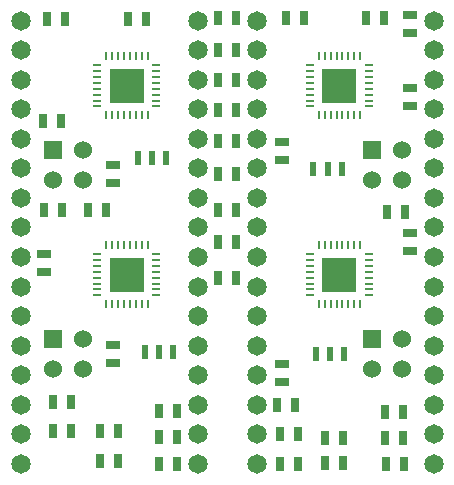
<source format=gts>
G04 (created by PCBNEW (2013-jul-07)-stable) date Thu 09 Apr 2015 12:34:56 PM PDT*
%MOIN*%
G04 Gerber Fmt 3.4, Leading zero omitted, Abs format*
%FSLAX34Y34*%
G01*
G70*
G90*
G04 APERTURE LIST*
%ADD10C,0.00590551*%
%ADD11R,0.045X0.025*%
%ADD12R,0.0197X0.0512*%
%ADD13R,0.03X0.01*%
%ADD14R,0.01X0.03*%
%ADD15R,0.1181X0.1181*%
%ADD16R,0.025X0.045*%
%ADD17R,0.06X0.06*%
%ADD18C,0.06*%
%ADD19C,0.065*%
G04 APERTURE END LIST*
G54D10*
G54D11*
X23740Y-24975D03*
X23740Y-25575D03*
G54D12*
X25039Y-24763D03*
X25511Y-24763D03*
X24567Y-24763D03*
X25275Y-31220D03*
X25747Y-31220D03*
X24803Y-31220D03*
X30905Y-25118D03*
X31377Y-25118D03*
X30433Y-25118D03*
X30984Y-31299D03*
X31456Y-31299D03*
X30512Y-31299D03*
G54D11*
X23740Y-30999D03*
X23740Y-31599D03*
G54D13*
X23228Y-22834D03*
X23228Y-22637D03*
X23228Y-22440D03*
X23228Y-23031D03*
G54D14*
X23523Y-23326D03*
X23720Y-23326D03*
X23917Y-23326D03*
X24114Y-23326D03*
X24310Y-23326D03*
X24507Y-23326D03*
X24704Y-23326D03*
X24901Y-23326D03*
G54D13*
X25196Y-21653D03*
X25196Y-23031D03*
X25196Y-22834D03*
X25196Y-22637D03*
X25196Y-22440D03*
X25196Y-22244D03*
X25196Y-22047D03*
X25196Y-21850D03*
G54D14*
X24901Y-21358D03*
X24704Y-21358D03*
X24507Y-21358D03*
X24310Y-21358D03*
X24114Y-21358D03*
X23917Y-21358D03*
X23720Y-21358D03*
X23523Y-21358D03*
G54D13*
X23228Y-21653D03*
X23228Y-21850D03*
X23228Y-22047D03*
X23228Y-22244D03*
G54D15*
X24212Y-22342D03*
G54D13*
X23228Y-29133D03*
X23228Y-28936D03*
X23228Y-28739D03*
X23228Y-29330D03*
G54D14*
X23523Y-29625D03*
X23720Y-29625D03*
X23917Y-29625D03*
X24114Y-29625D03*
X24310Y-29625D03*
X24507Y-29625D03*
X24704Y-29625D03*
X24901Y-29625D03*
G54D13*
X25196Y-27952D03*
X25196Y-29330D03*
X25196Y-29133D03*
X25196Y-28936D03*
X25196Y-28739D03*
X25196Y-28543D03*
X25196Y-28346D03*
X25196Y-28149D03*
G54D14*
X24901Y-27657D03*
X24704Y-27657D03*
X24507Y-27657D03*
X24310Y-27657D03*
X24114Y-27657D03*
X23917Y-27657D03*
X23720Y-27657D03*
X23523Y-27657D03*
G54D13*
X23228Y-27952D03*
X23228Y-28149D03*
X23228Y-28346D03*
X23228Y-28543D03*
G54D15*
X24212Y-28641D03*
G54D13*
X30315Y-22834D03*
X30315Y-22637D03*
X30315Y-22440D03*
X30315Y-23031D03*
G54D14*
X30610Y-23326D03*
X30807Y-23326D03*
X31004Y-23326D03*
X31201Y-23326D03*
X31397Y-23326D03*
X31594Y-23326D03*
X31791Y-23326D03*
X31988Y-23326D03*
G54D13*
X32283Y-21653D03*
X32283Y-23031D03*
X32283Y-22834D03*
X32283Y-22637D03*
X32283Y-22440D03*
X32283Y-22244D03*
X32283Y-22047D03*
X32283Y-21850D03*
G54D14*
X31988Y-21358D03*
X31791Y-21358D03*
X31594Y-21358D03*
X31397Y-21358D03*
X31201Y-21358D03*
X31004Y-21358D03*
X30807Y-21358D03*
X30610Y-21358D03*
G54D13*
X30315Y-21653D03*
X30315Y-21850D03*
X30315Y-22047D03*
X30315Y-22244D03*
G54D15*
X31299Y-22342D03*
G54D13*
X30315Y-29133D03*
X30315Y-28936D03*
X30315Y-28739D03*
X30315Y-29330D03*
G54D14*
X30610Y-29625D03*
X30807Y-29625D03*
X31004Y-29625D03*
X31201Y-29625D03*
X31397Y-29625D03*
X31594Y-29625D03*
X31791Y-29625D03*
X31988Y-29625D03*
G54D13*
X32283Y-27952D03*
X32283Y-29330D03*
X32283Y-29133D03*
X32283Y-28936D03*
X32283Y-28739D03*
X32283Y-28543D03*
X32283Y-28346D03*
X32283Y-28149D03*
G54D14*
X31988Y-27657D03*
X31791Y-27657D03*
X31594Y-27657D03*
X31397Y-27657D03*
X31201Y-27657D03*
X31004Y-27657D03*
X30807Y-27657D03*
X30610Y-27657D03*
G54D13*
X30315Y-27952D03*
X30315Y-28149D03*
X30315Y-28346D03*
X30315Y-28543D03*
G54D15*
X31299Y-28641D03*
G54D11*
X29389Y-24227D03*
X29389Y-24827D03*
G54D16*
X30822Y-34094D03*
X31422Y-34094D03*
X32810Y-33228D03*
X33410Y-33228D03*
X32829Y-34094D03*
X33429Y-34094D03*
X32849Y-34960D03*
X33449Y-34960D03*
G54D11*
X33661Y-27259D03*
X33661Y-27859D03*
G54D16*
X29925Y-34940D03*
X29325Y-34940D03*
X29925Y-33956D03*
X29325Y-33956D03*
X29827Y-32972D03*
X29227Y-32972D03*
G54D11*
X29389Y-31629D03*
X29389Y-32229D03*
G54D16*
X32888Y-26535D03*
X33488Y-26535D03*
G54D11*
X33661Y-23016D03*
X33661Y-22416D03*
X33661Y-19975D03*
X33661Y-20575D03*
G54D16*
X29522Y-20078D03*
X30122Y-20078D03*
X27259Y-27559D03*
X27859Y-27559D03*
X27259Y-26476D03*
X27859Y-26476D03*
X27259Y-25295D03*
X27859Y-25295D03*
X27259Y-24173D03*
X27859Y-24173D03*
X25290Y-34940D03*
X25890Y-34940D03*
X25290Y-34055D03*
X25890Y-34055D03*
X25290Y-33169D03*
X25890Y-33169D03*
X27859Y-28740D03*
X27259Y-28740D03*
X23922Y-34842D03*
X23322Y-34842D03*
X23922Y-33858D03*
X23322Y-33858D03*
X22347Y-33858D03*
X21747Y-33858D03*
X22347Y-32874D03*
X21747Y-32874D03*
X27859Y-23149D03*
X27259Y-23149D03*
X27859Y-22165D03*
X27259Y-22165D03*
X27859Y-21141D03*
X27259Y-21141D03*
X27859Y-20078D03*
X27259Y-20078D03*
X24847Y-20118D03*
X24247Y-20118D03*
X22051Y-26476D03*
X21451Y-26476D03*
X22012Y-23503D03*
X21412Y-23503D03*
X22150Y-20118D03*
X21550Y-20118D03*
X31402Y-34921D03*
X30802Y-34921D03*
X32180Y-20078D03*
X32780Y-20078D03*
G54D11*
X21456Y-28548D03*
X21456Y-27948D03*
G54D16*
X22928Y-26476D03*
X23528Y-26476D03*
G54D17*
X21744Y-24500D03*
G54D18*
X21744Y-25500D03*
X22744Y-24500D03*
X22744Y-25500D03*
G54D17*
X21744Y-30799D03*
G54D18*
X21744Y-31799D03*
X22744Y-30799D03*
X22744Y-31799D03*
G54D17*
X32374Y-24500D03*
G54D18*
X32374Y-25500D03*
X33374Y-24500D03*
X33374Y-25500D03*
G54D17*
X32374Y-30799D03*
G54D18*
X32374Y-31799D03*
X33374Y-30799D03*
X33374Y-31799D03*
G54D19*
X28543Y-28051D03*
X28543Y-29035D03*
X28543Y-30019D03*
X28543Y-31003D03*
X28543Y-31988D03*
X28543Y-32972D03*
X28543Y-33956D03*
X28543Y-34940D03*
X34448Y-34940D03*
X34448Y-33956D03*
X34448Y-32972D03*
X34448Y-31988D03*
X34448Y-31003D03*
X34448Y-30019D03*
X34448Y-29035D03*
X34448Y-28051D03*
X28543Y-20177D03*
X28543Y-21161D03*
X28543Y-22145D03*
X28543Y-23129D03*
X28543Y-24114D03*
X28543Y-25098D03*
X28543Y-26082D03*
X28543Y-27066D03*
X34448Y-27066D03*
X34448Y-26082D03*
X34448Y-25098D03*
X34448Y-24114D03*
X34448Y-23129D03*
X34448Y-22145D03*
X34448Y-21161D03*
X34448Y-20177D03*
X20669Y-28051D03*
X20669Y-29035D03*
X20669Y-30019D03*
X20669Y-31003D03*
X20669Y-31988D03*
X20669Y-32972D03*
X20669Y-33956D03*
X20669Y-34940D03*
X26574Y-34940D03*
X26574Y-33956D03*
X26574Y-32972D03*
X26574Y-31988D03*
X26574Y-31003D03*
X26574Y-30019D03*
X26574Y-29035D03*
X26574Y-28051D03*
X20669Y-20177D03*
X20669Y-21161D03*
X20669Y-22145D03*
X20669Y-23129D03*
X20669Y-24114D03*
X20669Y-25098D03*
X20669Y-26082D03*
X20669Y-27066D03*
X26574Y-27066D03*
X26574Y-26082D03*
X26574Y-25098D03*
X26574Y-24114D03*
X26574Y-23129D03*
X26574Y-22145D03*
X26574Y-21161D03*
X26574Y-20177D03*
M02*

</source>
